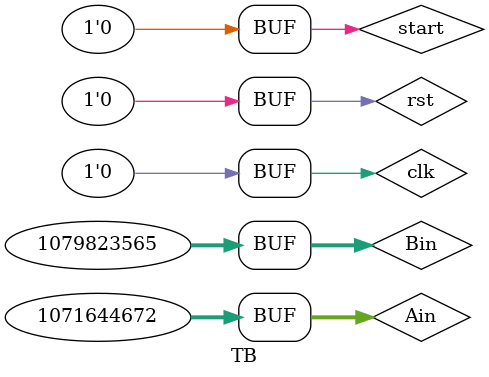
<source format=v>
module TB();
  reg [31:0] Ain = 32'b00111111111000000000000000000000;
  reg [31:0] Bin = 32'b01000000010111001100110011001101;
  reg start = 0;
  reg clk=0;
  reg rst = 1 ;
  wire done;
  wire [31:0] Ans;
   wire signOne, signTwo;
  wire [7:0] expOne, expTwo;
  wire [22:0] manOne, manTwo;
  wire ldS1, ldS2, ldExp1, ldExp2, ldM1, ldM2, ldRegA, ldRegB, ldRegS, shEn, cntEn, ldC, ldFM, shM;
  wire[24:0] twosOne, twosTwo ;
  wire[24:0] B, S;
  wire[23:0] A;
  wire complete;
  wire [7:0] subAns;
  wire [24:0] FMInput;
  wire [2:0] ps,ns;
  wire [24:0] addAnswer;
  floatingPointAdder uu1(Ain, Bin, clk, rst, start ,done,  Ans,signOne, signTwo, expOne, expTwo, manOne, manTwo, ldS1, ldS2, ldExp1, ldExp2, ldM1, ldM2, ldRegA, ldRegB, ldRegS, shEn, cntEn, ldC, ldFM, shM,twosOne, twosTwo, B, A, S,complete,subAns, FMInput, ps, ns,  addAnswer);
  initial repeat(270) #12 clk=~clk;
  initial begin
    #30 rst=0;
    #50 start=1;
    #70 start=0;
  end  
endmodule

</source>
